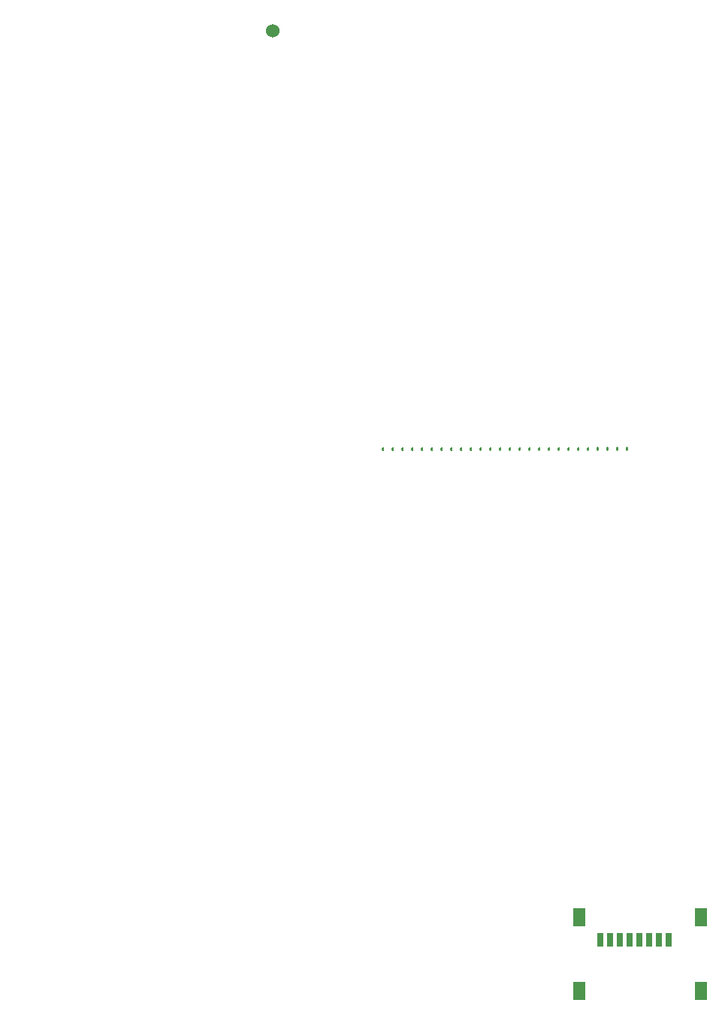
<source format=gbp>
G04 #@! TF.GenerationSoftware,KiCad,Pcbnew,(5.99.0-11247-g3f6811f413)*
G04 #@! TF.CreationDate,2021-09-04T12:27:08+03:00*
G04 #@! TF.ProjectId,hellen88bmw,68656c6c-656e-4383-9862-6d772e6b6963,A*
G04 #@! TF.SameCoordinates,PX3d1b110PY9269338*
G04 #@! TF.FileFunction,Paste,Bot*
G04 #@! TF.FilePolarity,Positive*
%FSLAX46Y46*%
G04 Gerber Fmt 4.6, Leading zero omitted, Abs format (unit mm)*
G04 Created by KiCad (PCBNEW (5.99.0-11247-g3f6811f413)) date 2021-09-04 12:27:08*
%MOMM*%
%LPD*%
G01*
G04 APERTURE LIST*
%ADD10C,1.524000*%
%ADD11O,0.000001X0.000001*%
%ADD12R,0.800000X1.500000*%
%ADD13R,1.450000X2.000000*%
G04 APERTURE END LIST*
D10*
G04 #@! TO.C,PP1*
X74892400Y112356400D03*
G04 #@! TD*
G04 #@! TO.C,M7*
G36*
G01*
X114671000Y65148000D02*
X114671000Y65398000D01*
G75*
G02*
X114796000Y65523000I125000J0D01*
G01*
X114796000Y65523000D01*
G75*
G02*
X114921000Y65398000I0J-125000D01*
G01*
X114921000Y65148000D01*
G75*
G02*
X114796000Y65023000I-125000J0D01*
G01*
X114796000Y65023000D01*
G75*
G02*
X114671000Y65148000I0J125000D01*
G01*
G37*
G36*
G01*
X113820996Y65398000D02*
X113820996Y65148000D01*
G75*
G02*
X113695996Y65023000I-125000J0D01*
G01*
X113695996Y65023000D01*
G75*
G02*
X113570996Y65148000I0J125000D01*
G01*
X113570996Y65398000D01*
G75*
G02*
X113695996Y65523000I125000J0D01*
G01*
X113695996Y65523000D01*
G75*
G02*
X113820996Y65398000I0J-125000D01*
G01*
G37*
G36*
G01*
X112720995Y65398000D02*
X112720995Y65148000D01*
G75*
G02*
X112595995Y65023000I-125000J0D01*
G01*
X112595995Y65023000D01*
G75*
G02*
X112470995Y65148000I0J125000D01*
G01*
X112470995Y65398000D01*
G75*
G02*
X112595995Y65523000I125000J0D01*
G01*
X112595995Y65523000D01*
G75*
G02*
X112720995Y65398000I0J-125000D01*
G01*
G37*
G36*
G01*
X111620998Y65398000D02*
X111620998Y65148000D01*
G75*
G02*
X111495998Y65023000I-125000J0D01*
G01*
X111495998Y65023000D01*
G75*
G02*
X111370998Y65148000I0J125000D01*
G01*
X111370998Y65398000D01*
G75*
G02*
X111495998Y65523000I125000J0D01*
G01*
X111495998Y65523000D01*
G75*
G02*
X111620998Y65398000I0J-125000D01*
G01*
G37*
G36*
G01*
X110521000Y65398000D02*
X110521000Y65148000D01*
G75*
G02*
X110396000Y65023000I-125000J0D01*
G01*
X110396000Y65023000D01*
G75*
G02*
X110271000Y65148000I0J125000D01*
G01*
X110271000Y65398000D01*
G75*
G02*
X110396000Y65523000I125000J0D01*
G01*
X110396000Y65523000D01*
G75*
G02*
X110521000Y65398000I0J-125000D01*
G01*
G37*
G36*
G01*
X109421002Y65398000D02*
X109421002Y65148000D01*
G75*
G02*
X109296002Y65023000I-125000J0D01*
G01*
X109296002Y65023000D01*
G75*
G02*
X109171002Y65148000I0J125000D01*
G01*
X109171002Y65398000D01*
G75*
G02*
X109296002Y65523000I125000J0D01*
G01*
X109296002Y65523000D01*
G75*
G02*
X109421002Y65398000I0J-125000D01*
G01*
G37*
G36*
G01*
X108321004Y65398000D02*
X108321004Y65148000D01*
G75*
G02*
X108196004Y65023000I-125000J0D01*
G01*
X108196004Y65023000D01*
G75*
G02*
X108071004Y65148000I0J125000D01*
G01*
X108071004Y65398000D01*
G75*
G02*
X108196004Y65523000I125000J0D01*
G01*
X108196004Y65523000D01*
G75*
G02*
X108321004Y65398000I0J-125000D01*
G01*
G37*
G36*
G01*
X107221006Y65398000D02*
X107221006Y65148000D01*
G75*
G02*
X107096006Y65023000I-125000J0D01*
G01*
X107096006Y65023000D01*
G75*
G02*
X106971006Y65148000I0J125000D01*
G01*
X106971006Y65398000D01*
G75*
G02*
X107096006Y65523000I125000J0D01*
G01*
X107096006Y65523000D01*
G75*
G02*
X107221006Y65398000I0J-125000D01*
G01*
G37*
G36*
G01*
X106121009Y65398000D02*
X106121009Y65148000D01*
G75*
G02*
X105996009Y65023000I-125000J0D01*
G01*
X105996009Y65023000D01*
G75*
G02*
X105871009Y65148000I0J125000D01*
G01*
X105871009Y65398000D01*
G75*
G02*
X105996009Y65523000I125000J0D01*
G01*
X105996009Y65523000D01*
G75*
G02*
X106121009Y65398000I0J-125000D01*
G01*
G37*
G36*
G01*
X105021011Y65398000D02*
X105021011Y65148000D01*
G75*
G02*
X104896011Y65023000I-125000J0D01*
G01*
X104896011Y65023000D01*
G75*
G02*
X104771011Y65148000I0J125000D01*
G01*
X104771011Y65398000D01*
G75*
G02*
X104896011Y65523000I125000J0D01*
G01*
X104896011Y65523000D01*
G75*
G02*
X105021011Y65398000I0J-125000D01*
G01*
G37*
G36*
G01*
X103921013Y65398000D02*
X103921013Y65148000D01*
G75*
G02*
X103796013Y65023000I-125000J0D01*
G01*
X103796013Y65023000D01*
G75*
G02*
X103671013Y65148000I0J125000D01*
G01*
X103671013Y65398000D01*
G75*
G02*
X103796013Y65523000I125000J0D01*
G01*
X103796013Y65523000D01*
G75*
G02*
X103921013Y65398000I0J-125000D01*
G01*
G37*
G36*
G01*
X102821015Y65398000D02*
X102821015Y65148000D01*
G75*
G02*
X102696015Y65023000I-125000J0D01*
G01*
X102696015Y65023000D01*
G75*
G02*
X102571015Y65148000I0J125000D01*
G01*
X102571015Y65398000D01*
G75*
G02*
X102696015Y65523000I125000J0D01*
G01*
X102696015Y65523000D01*
G75*
G02*
X102821015Y65398000I0J-125000D01*
G01*
G37*
G36*
G01*
X101721017Y65398000D02*
X101721017Y65148000D01*
G75*
G02*
X101596017Y65023000I-125000J0D01*
G01*
X101596017Y65023000D01*
G75*
G02*
X101471017Y65148000I0J125000D01*
G01*
X101471017Y65398000D01*
G75*
G02*
X101596017Y65523000I125000J0D01*
G01*
X101596017Y65523000D01*
G75*
G02*
X101721017Y65398000I0J-125000D01*
G01*
G37*
G36*
G01*
X100621020Y65398000D02*
X100621020Y65148000D01*
G75*
G02*
X100496020Y65023000I-125000J0D01*
G01*
X100496020Y65023000D01*
G75*
G02*
X100371020Y65148000I0J125000D01*
G01*
X100371020Y65398000D01*
G75*
G02*
X100496020Y65523000I125000J0D01*
G01*
X100496020Y65523000D01*
G75*
G02*
X100621020Y65398000I0J-125000D01*
G01*
G37*
G36*
G01*
X99521022Y65398000D02*
X99521022Y65148000D01*
G75*
G02*
X99396022Y65023000I-125000J0D01*
G01*
X99396022Y65023000D01*
G75*
G02*
X99271022Y65148000I0J125000D01*
G01*
X99271022Y65398000D01*
G75*
G02*
X99396022Y65523000I125000J0D01*
G01*
X99396022Y65523000D01*
G75*
G02*
X99521022Y65398000I0J-125000D01*
G01*
G37*
G36*
G01*
X98421024Y65398000D02*
X98421024Y65148000D01*
G75*
G02*
X98296024Y65023000I-125000J0D01*
G01*
X98296024Y65023000D01*
G75*
G02*
X98171024Y65148000I0J125000D01*
G01*
X98171024Y65398000D01*
G75*
G02*
X98296024Y65523000I125000J0D01*
G01*
X98296024Y65523000D01*
G75*
G02*
X98421024Y65398000I0J-125000D01*
G01*
G37*
G36*
G01*
X97321026Y65398000D02*
X97321026Y65148000D01*
G75*
G02*
X97196026Y65023000I-125000J0D01*
G01*
X97196026Y65023000D01*
G75*
G02*
X97071026Y65148000I0J125000D01*
G01*
X97071026Y65398000D01*
G75*
G02*
X97196026Y65523000I125000J0D01*
G01*
X97196026Y65523000D01*
G75*
G02*
X97321026Y65398000I0J-125000D01*
G01*
G37*
G36*
G01*
X96221028Y65398000D02*
X96221028Y65148000D01*
G75*
G02*
X96096028Y65023000I-125000J0D01*
G01*
X96096028Y65023000D01*
G75*
G02*
X95971028Y65148000I0J125000D01*
G01*
X95971028Y65398000D01*
G75*
G02*
X96096028Y65523000I125000J0D01*
G01*
X96096028Y65523000D01*
G75*
G02*
X96221028Y65398000I0J-125000D01*
G01*
G37*
G36*
G01*
X95121031Y65398000D02*
X95121031Y65148000D01*
G75*
G02*
X94996031Y65023000I-125000J0D01*
G01*
X94996031Y65023000D01*
G75*
G02*
X94871031Y65148000I0J125000D01*
G01*
X94871031Y65398000D01*
G75*
G02*
X94996031Y65523000I125000J0D01*
G01*
X94996031Y65523000D01*
G75*
G02*
X95121031Y65398000I0J-125000D01*
G01*
G37*
G36*
G01*
X94021033Y65398000D02*
X94021033Y65148000D01*
G75*
G02*
X93896033Y65023000I-125000J0D01*
G01*
X93896033Y65023000D01*
G75*
G02*
X93771033Y65148000I0J125000D01*
G01*
X93771033Y65398000D01*
G75*
G02*
X93896033Y65523000I125000J0D01*
G01*
X93896033Y65523000D01*
G75*
G02*
X94021033Y65398000I0J-125000D01*
G01*
G37*
G36*
G01*
X92921035Y65398000D02*
X92921035Y65148000D01*
G75*
G02*
X92796035Y65023000I-125000J0D01*
G01*
X92796035Y65023000D01*
G75*
G02*
X92671035Y65148000I0J125000D01*
G01*
X92671035Y65398000D01*
G75*
G02*
X92796035Y65523000I125000J0D01*
G01*
X92796035Y65523000D01*
G75*
G02*
X92921035Y65398000I0J-125000D01*
G01*
G37*
G36*
G01*
X91821037Y65398000D02*
X91821037Y65148000D01*
G75*
G02*
X91696037Y65023000I-125000J0D01*
G01*
X91696037Y65023000D01*
G75*
G02*
X91571037Y65148000I0J125000D01*
G01*
X91571037Y65398000D01*
G75*
G02*
X91696037Y65523000I125000J0D01*
G01*
X91696037Y65523000D01*
G75*
G02*
X91821037Y65398000I0J-125000D01*
G01*
G37*
G36*
G01*
X90721039Y65398000D02*
X90721039Y65148000D01*
G75*
G02*
X90596039Y65023000I-125000J0D01*
G01*
X90596039Y65023000D01*
G75*
G02*
X90471039Y65148000I0J125000D01*
G01*
X90471039Y65398000D01*
G75*
G02*
X90596039Y65523000I125000J0D01*
G01*
X90596039Y65523000D01*
G75*
G02*
X90721039Y65398000I0J-125000D01*
G01*
G37*
G36*
G01*
X89621042Y65398000D02*
X89621042Y65148000D01*
G75*
G02*
X89496042Y65023000I-125000J0D01*
G01*
X89496042Y65023000D01*
G75*
G02*
X89371042Y65148000I0J125000D01*
G01*
X89371042Y65398000D01*
G75*
G02*
X89496042Y65523000I125000J0D01*
G01*
X89496042Y65523000D01*
G75*
G02*
X89621042Y65398000I0J-125000D01*
G01*
G37*
G36*
G01*
X88521044Y65398000D02*
X88521044Y65148000D01*
G75*
G02*
X88396044Y65023000I-125000J0D01*
G01*
X88396044Y65023000D01*
G75*
G02*
X88271044Y65148000I0J125000D01*
G01*
X88271044Y65398000D01*
G75*
G02*
X88396044Y65523000I125000J0D01*
G01*
X88396044Y65523000D01*
G75*
G02*
X88521044Y65398000I0J-125000D01*
G01*
G37*
G36*
G01*
X87421046Y65398000D02*
X87421046Y65148000D01*
G75*
G02*
X87296046Y65023000I-125000J0D01*
G01*
X87296046Y65023000D01*
G75*
G02*
X87171046Y65148000I0J125000D01*
G01*
X87171046Y65398000D01*
G75*
G02*
X87296046Y65523000I125000J0D01*
G01*
X87296046Y65523000D01*
G75*
G02*
X87421046Y65398000I0J-125000D01*
G01*
G37*
G04 #@! TD*
D11*
G04 #@! TO.C,M9*
X46074449Y85273000D03*
X47049461Y85172995D03*
X47919218Y85273000D03*
X48649455Y85273000D03*
X49544218Y85273000D03*
X51619218Y85273000D03*
X52519214Y85273000D03*
X53229456Y85273000D03*
X54249457Y85173000D03*
X55424456Y85173000D03*
X56774455Y85173000D03*
X57949454Y85173000D03*
X58849455Y84242761D03*
X58849455Y83548002D03*
X58849455Y82867762D03*
X58754457Y82048000D03*
X58849455Y80742763D03*
X58754457Y79772998D03*
X58849455Y78498000D03*
X58849455Y77847998D03*
X58754457Y76647998D03*
X58754457Y75572994D03*
X58754457Y74697992D03*
X58849455Y73873000D03*
X58849455Y68022999D03*
G04 #@! TD*
D12*
G04 #@! TO.C,J3*
X119476000Y9973000D03*
X118376000Y9973000D03*
X117276000Y9973000D03*
X116176000Y9973000D03*
X115076000Y9973000D03*
X113976000Y9973000D03*
X112876000Y9973000D03*
X111776000Y9973000D03*
D13*
X109401000Y4273000D03*
X123151000Y4273000D03*
X109401000Y12573000D03*
X123151000Y12573000D03*
G04 #@! TD*
M02*

</source>
